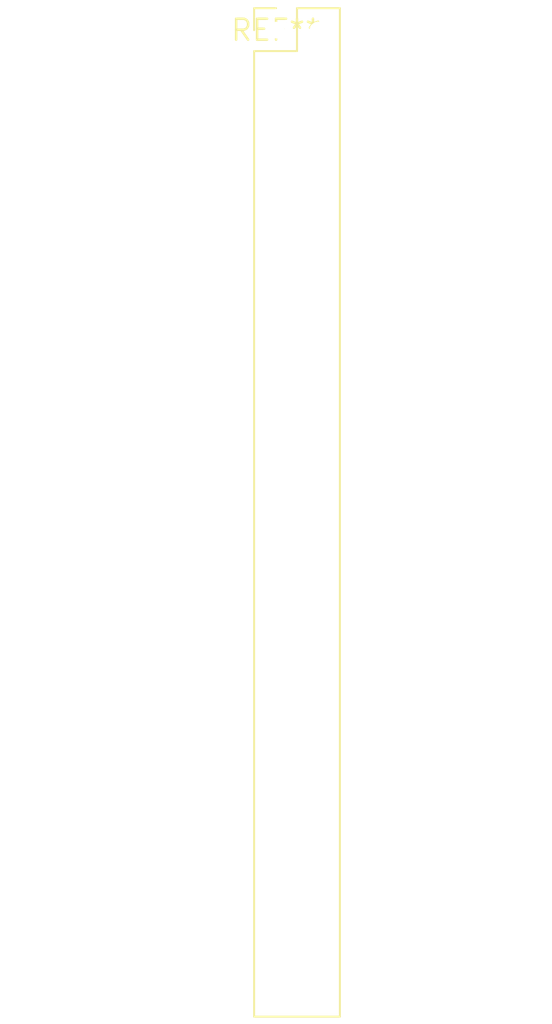
<source format=kicad_pcb>
(kicad_pcb (version 20240108) (generator pcbnew)
  (layers (0 "F.Cu" signal) (31 "B.Cu" signal) (34 "B.Paste" user) (35 "F.Paste" user) (36 "B.SilkS" user "B.Silkscreen") (37 "F.SilkS" user "F.Silkscreen") (38 "B.Mask" user) (39 "F.Mask" user) (44 "Edge.Cuts" user))
  (net 0 "")
  (footprint "PinHeader_2x24_P2.54mm_Vertical" (layer "F.Cu") (at 0 0)
    (property "Reference" "REF**")
    (property "Value" "PinHeader_2x24_P2.54mm_Vertical")
    (fp_line (start -1.33 -1.33) (end 0 -1.33) (layer "F.SilkS") (stroke (width 0.12)))
    (fp_line (start -1.33 0) (end -1.33 -1.33) (layer "F.SilkS") (stroke (width 0.12)))
    (fp_line (start -1.33 1.27) (end -1.33 59.75) (layer "F.SilkS") (stroke (width 0.12)))
    (fp_line (start -1.33 1.27) (end 1.27 1.27) (layer "F.SilkS") (stroke (width 0.12)))
    (fp_line (start -1.33 59.75) (end 3.87 59.75) (layer "F.SilkS") (stroke (width 0.12)))
    (fp_line (start 1.27 -1.33) (end 3.87 -1.33) (layer "F.SilkS") (stroke (width 0.12)))
    (fp_line (start 1.27 1.27) (end 1.27 -1.33) (layer "F.SilkS") (stroke (width 0.12)))
    (fp_line (start 3.87 -1.33) (end 3.87 59.75) (layer "F.SilkS") (stroke (width 0.12)))
    (pad "1" thru_hole rect (at 0 0) (size 1.7 1.7) (drill 1) (layers *.Cu *.Mask) (remove_unused_layers))
    (pad "2" thru_hole oval (at 2.54 0) (size 1.7 1.7) (drill 1) (layers *.Cu *.Mask) (remove_unused_layers))
    (pad "3" thru_hole oval (at 0 2.54) (size 1.7 1.7) (drill 1) (layers *.Cu *.Mask) (remove_unused_layers))
    (pad "4" thru_hole oval (at 2.54 2.54) (size 1.7 1.7) (drill 1) (layers *.Cu *.Mask) (remove_unused_layers))
    (pad "5" thru_hole oval (at 0 5.08) (size 1.7 1.7) (drill 1) (layers *.Cu *.Mask) (remove_unused_layers))
    (pad "6" thru_hole oval (at 2.54 5.08) (size 1.7 1.7) (drill 1) (layers *.Cu *.Mask) (remove_unused_layers))
    (pad "7" thru_hole oval (at 0 7.62) (size 1.7 1.7) (drill 1) (layers *.Cu *.Mask) (remove_unused_layers))
    (pad "8" thru_hole oval (at 2.54 7.62) (size 1.7 1.7) (drill 1) (layers *.Cu *.Mask) (remove_unused_layers))
    (pad "9" thru_hole oval (at 0 10.16) (size 1.7 1.7) (drill 1) (layers *.Cu *.Mask) (remove_unused_layers))
    (pad "10" thru_hole oval (at 2.54 10.16) (size 1.7 1.7) (drill 1) (layers *.Cu *.Mask) (remove_unused_layers))
    (pad "11" thru_hole oval (at 0 12.7) (size 1.7 1.7) (drill 1) (layers *.Cu *.Mask) (remove_unused_layers))
    (pad "12" thru_hole oval (at 2.54 12.7) (size 1.7 1.7) (drill 1) (layers *.Cu *.Mask) (remove_unused_layers))
    (pad "13" thru_hole oval (at 0 15.24) (size 1.7 1.7) (drill 1) (layers *.Cu *.Mask) (remove_unused_layers))
    (pad "14" thru_hole oval (at 2.54 15.24) (size 1.7 1.7) (drill 1) (layers *.Cu *.Mask) (remove_unused_layers))
    (pad "15" thru_hole oval (at 0 17.78) (size 1.7 1.7) (drill 1) (layers *.Cu *.Mask) (remove_unused_layers))
    (pad "16" thru_hole oval (at 2.54 17.78) (size 1.7 1.7) (drill 1) (layers *.Cu *.Mask) (remove_unused_layers))
    (pad "17" thru_hole oval (at 0 20.32) (size 1.7 1.7) (drill 1) (layers *.Cu *.Mask) (remove_unused_layers))
    (pad "18" thru_hole oval (at 2.54 20.32) (size 1.7 1.7) (drill 1) (layers *.Cu *.Mask) (remove_unused_layers))
    (pad "19" thru_hole oval (at 0 22.86) (size 1.7 1.7) (drill 1) (layers *.Cu *.Mask) (remove_unused_layers))
    (pad "20" thru_hole oval (at 2.54 22.86) (size 1.7 1.7) (drill 1) (layers *.Cu *.Mask) (remove_unused_layers))
    (pad "21" thru_hole oval (at 0 25.4) (size 1.7 1.7) (drill 1) (layers *.Cu *.Mask) (remove_unused_layers))
    (pad "22" thru_hole oval (at 2.54 25.4) (size 1.7 1.7) (drill 1) (layers *.Cu *.Mask) (remove_unused_layers))
    (pad "23" thru_hole oval (at 0 27.94) (size 1.7 1.7) (drill 1) (layers *.Cu *.Mask) (remove_unused_layers))
    (pad "24" thru_hole oval (at 2.54 27.94) (size 1.7 1.7) (drill 1) (layers *.Cu *.Mask) (remove_unused_layers))
    (pad "25" thru_hole oval (at 0 30.48) (size 1.7 1.7) (drill 1) (layers *.Cu *.Mask) (remove_unused_layers))
    (pad "26" thru_hole oval (at 2.54 30.48) (size 1.7 1.7) (drill 1) (layers *.Cu *.Mask) (remove_unused_layers))
    (pad "27" thru_hole oval (at 0 33.02) (size 1.7 1.7) (drill 1) (layers *.Cu *.Mask) (remove_unused_layers))
    (pad "28" thru_hole oval (at 2.54 33.02) (size 1.7 1.7) (drill 1) (layers *.Cu *.Mask) (remove_unused_layers))
    (pad "29" thru_hole oval (at 0 35.56) (size 1.7 1.7) (drill 1) (layers *.Cu *.Mask) (remove_unused_layers))
    (pad "30" thru_hole oval (at 2.54 35.56) (size 1.7 1.7) (drill 1) (layers *.Cu *.Mask) (remove_unused_layers))
    (pad "31" thru_hole oval (at 0 38.1) (size 1.7 1.7) (drill 1) (layers *.Cu *.Mask) (remove_unused_layers))
    (pad "32" thru_hole oval (at 2.54 38.1) (size 1.7 1.7) (drill 1) (layers *.Cu *.Mask) (remove_unused_layers))
    (pad "33" thru_hole oval (at 0 40.64) (size 1.7 1.7) (drill 1) (layers *.Cu *.Mask) (remove_unused_layers))
    (pad "34" thru_hole oval (at 2.54 40.64) (size 1.7 1.7) (drill 1) (layers *.Cu *.Mask) (remove_unused_layers))
    (pad "35" thru_hole oval (at 0 43.18) (size 1.7 1.7) (drill 1) (layers *.Cu *.Mask) (remove_unused_layers))
    (pad "36" thru_hole oval (at 2.54 43.18) (size 1.7 1.7) (drill 1) (layers *.Cu *.Mask) (remove_unused_layers))
    (pad "37" thru_hole oval (at 0 45.72) (size 1.7 1.7) (drill 1) (layers *.Cu *.Mask) (remove_unused_layers))
    (pad "38" thru_hole oval (at 2.54 45.72) (size 1.7 1.7) (drill 1) (layers *.Cu *.Mask) (remove_unused_layers))
    (pad "39" thru_hole oval (at 0 48.26) (size 1.7 1.7) (drill 1) (layers *.Cu *.Mask) (remove_unused_layers))
    (pad "40" thru_hole oval (at 2.54 48.26) (size 1.7 1.7) (drill 1) (layers *.Cu *.Mask) (remove_unused_layers))
    (pad "41" thru_hole oval (at 0 50.8) (size 1.7 1.7) (drill 1) (layers *.Cu *.Mask) (remove_unused_layers))
    (pad "42" thru_hole oval (at 2.54 50.8) (size 1.7 1.7) (drill 1) (layers *.Cu *.Mask) (remove_unused_layers))
    (pad "43" thru_hole oval (at 0 53.34) (size 1.7 1.7) (drill 1) (layers *.Cu *.Mask) (remove_unused_layers))
    (pad "44" thru_hole oval (at 2.54 53.34) (size 1.7 1.7) (drill 1) (layers *.Cu *.Mask) (remove_unused_layers))
    (pad "45" thru_hole oval (at 0 55.88) (size 1.7 1.7) (drill 1) (layers *.Cu *.Mask) (remove_unused_layers))
    (pad "46" thru_hole oval (at 2.54 55.88) (size 1.7 1.7) (drill 1) (layers *.Cu *.Mask) (remove_unused_layers))
    (pad "47" thru_hole oval (at 0 58.42) (size 1.7 1.7) (drill 1) (layers *.Cu *.Mask) (remove_unused_layers))
    (pad "48" thru_hole oval (at 2.54 58.42) (size 1.7 1.7) (drill 1) (layers *.Cu *.Mask) (remove_unused_layers))
  )
)
</source>
